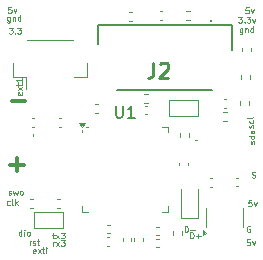
<source format=gbr>
%TF.GenerationSoftware,KiCad,Pcbnew,9.0.0*%
%TF.CreationDate,2025-03-28T18:18:21+01:00*%
%TF.ProjectId,cansatperso,63616e73-6174-4706-9572-736f2e6b6963,rev?*%
%TF.SameCoordinates,Original*%
%TF.FileFunction,Legend,Top*%
%TF.FilePolarity,Positive*%
%FSLAX46Y46*%
G04 Gerber Fmt 4.6, Leading zero omitted, Abs format (unit mm)*
G04 Created by KiCad (PCBNEW 9.0.0) date 2025-03-28 18:18:21*
%MOMM*%
%LPD*%
G01*
G04 APERTURE LIST*
%ADD10C,0.300000*%
%ADD11C,0.100000*%
%ADD12C,0.254000*%
%ADD13C,0.150000*%
%ADD14C,0.120000*%
%ADD15C,0.200000*%
G04 APERTURE END LIST*
D10*
X174154510Y-86629400D02*
X175297368Y-86629400D01*
X174725939Y-87200828D02*
X174725939Y-86057971D01*
X174254510Y-81271066D02*
X175397368Y-81271066D01*
D11*
X193809122Y-75100276D02*
X193809122Y-75505038D01*
X193809122Y-75505038D02*
X193785312Y-75552657D01*
X193785312Y-75552657D02*
X193761503Y-75576466D01*
X193761503Y-75576466D02*
X193713884Y-75600276D01*
X193713884Y-75600276D02*
X193642455Y-75600276D01*
X193642455Y-75600276D02*
X193594836Y-75576466D01*
X193809122Y-75409800D02*
X193761503Y-75433609D01*
X193761503Y-75433609D02*
X193666265Y-75433609D01*
X193666265Y-75433609D02*
X193618646Y-75409800D01*
X193618646Y-75409800D02*
X193594836Y-75385990D01*
X193594836Y-75385990D02*
X193571027Y-75338371D01*
X193571027Y-75338371D02*
X193571027Y-75195514D01*
X193571027Y-75195514D02*
X193594836Y-75147895D01*
X193594836Y-75147895D02*
X193618646Y-75124085D01*
X193618646Y-75124085D02*
X193666265Y-75100276D01*
X193666265Y-75100276D02*
X193761503Y-75100276D01*
X193761503Y-75100276D02*
X193809122Y-75124085D01*
X194047217Y-75100276D02*
X194047217Y-75433609D01*
X194047217Y-75147895D02*
X194071027Y-75124085D01*
X194071027Y-75124085D02*
X194118646Y-75100276D01*
X194118646Y-75100276D02*
X194190074Y-75100276D01*
X194190074Y-75100276D02*
X194237693Y-75124085D01*
X194237693Y-75124085D02*
X194261503Y-75171704D01*
X194261503Y-75171704D02*
X194261503Y-75433609D01*
X194713884Y-75433609D02*
X194713884Y-74933609D01*
X194713884Y-75409800D02*
X194666265Y-75433609D01*
X194666265Y-75433609D02*
X194571027Y-75433609D01*
X194571027Y-75433609D02*
X194523408Y-75409800D01*
X194523408Y-75409800D02*
X194499598Y-75385990D01*
X194499598Y-75385990D02*
X194475789Y-75338371D01*
X194475789Y-75338371D02*
X194475789Y-75195514D01*
X194475789Y-75195514D02*
X194499598Y-75147895D01*
X194499598Y-75147895D02*
X194523408Y-75124085D01*
X194523408Y-75124085D02*
X194571027Y-75100276D01*
X194571027Y-75100276D02*
X194666265Y-75100276D01*
X194666265Y-75100276D02*
X194713884Y-75124085D01*
X193457217Y-74113609D02*
X193766741Y-74113609D01*
X193766741Y-74113609D02*
X193600074Y-74304085D01*
X193600074Y-74304085D02*
X193671503Y-74304085D01*
X193671503Y-74304085D02*
X193719122Y-74327895D01*
X193719122Y-74327895D02*
X193742931Y-74351704D01*
X193742931Y-74351704D02*
X193766741Y-74399323D01*
X193766741Y-74399323D02*
X193766741Y-74518371D01*
X193766741Y-74518371D02*
X193742931Y-74565990D01*
X193742931Y-74565990D02*
X193719122Y-74589800D01*
X193719122Y-74589800D02*
X193671503Y-74613609D01*
X193671503Y-74613609D02*
X193528646Y-74613609D01*
X193528646Y-74613609D02*
X193481027Y-74589800D01*
X193481027Y-74589800D02*
X193457217Y-74565990D01*
X193981026Y-74565990D02*
X194004836Y-74589800D01*
X194004836Y-74589800D02*
X193981026Y-74613609D01*
X193981026Y-74613609D02*
X193957217Y-74589800D01*
X193957217Y-74589800D02*
X193981026Y-74565990D01*
X193981026Y-74565990D02*
X193981026Y-74613609D01*
X194171502Y-74113609D02*
X194481026Y-74113609D01*
X194481026Y-74113609D02*
X194314359Y-74304085D01*
X194314359Y-74304085D02*
X194385788Y-74304085D01*
X194385788Y-74304085D02*
X194433407Y-74327895D01*
X194433407Y-74327895D02*
X194457216Y-74351704D01*
X194457216Y-74351704D02*
X194481026Y-74399323D01*
X194481026Y-74399323D02*
X194481026Y-74518371D01*
X194481026Y-74518371D02*
X194457216Y-74565990D01*
X194457216Y-74565990D02*
X194433407Y-74589800D01*
X194433407Y-74589800D02*
X194385788Y-74613609D01*
X194385788Y-74613609D02*
X194242931Y-74613609D01*
X194242931Y-74613609D02*
X194195312Y-74589800D01*
X194195312Y-74589800D02*
X194171502Y-74565990D01*
X194647692Y-74280276D02*
X194766740Y-74613609D01*
X194766740Y-74613609D02*
X194885787Y-74280276D01*
X194456741Y-91857419D02*
X194409122Y-91833609D01*
X194409122Y-91833609D02*
X194337693Y-91833609D01*
X194337693Y-91833609D02*
X194266265Y-91857419D01*
X194266265Y-91857419D02*
X194218646Y-91905038D01*
X194218646Y-91905038D02*
X194194836Y-91952657D01*
X194194836Y-91952657D02*
X194171027Y-92047895D01*
X194171027Y-92047895D02*
X194171027Y-92119323D01*
X194171027Y-92119323D02*
X194194836Y-92214561D01*
X194194836Y-92214561D02*
X194218646Y-92262180D01*
X194218646Y-92262180D02*
X194266265Y-92309800D01*
X194266265Y-92309800D02*
X194337693Y-92333609D01*
X194337693Y-92333609D02*
X194385312Y-92333609D01*
X194385312Y-92333609D02*
X194456741Y-92309800D01*
X194456741Y-92309800D02*
X194480550Y-92285990D01*
X194480550Y-92285990D02*
X194480550Y-92119323D01*
X194480550Y-92119323D02*
X194385312Y-92119323D01*
X177723408Y-92550276D02*
X177913884Y-92550276D01*
X177794836Y-92383609D02*
X177794836Y-92812180D01*
X177794836Y-92812180D02*
X177818646Y-92859800D01*
X177818646Y-92859800D02*
X177866265Y-92883609D01*
X177866265Y-92883609D02*
X177913884Y-92883609D01*
X178032931Y-92883609D02*
X178294836Y-92550276D01*
X178032931Y-92550276D02*
X178294836Y-92883609D01*
X178437693Y-92383609D02*
X178747217Y-92383609D01*
X178747217Y-92383609D02*
X178580550Y-92574085D01*
X178580550Y-92574085D02*
X178651979Y-92574085D01*
X178651979Y-92574085D02*
X178699598Y-92597895D01*
X178699598Y-92597895D02*
X178723407Y-92621704D01*
X178723407Y-92621704D02*
X178747217Y-92669323D01*
X178747217Y-92669323D02*
X178747217Y-92788371D01*
X178747217Y-92788371D02*
X178723407Y-92835990D01*
X178723407Y-92835990D02*
X178699598Y-92859800D01*
X178699598Y-92859800D02*
X178651979Y-92883609D01*
X178651979Y-92883609D02*
X178509122Y-92883609D01*
X178509122Y-92883609D02*
X178461503Y-92859800D01*
X178461503Y-92859800D02*
X178437693Y-92835990D01*
X194699800Y-83508972D02*
X194723609Y-83461353D01*
X194723609Y-83461353D02*
X194723609Y-83366115D01*
X194723609Y-83366115D02*
X194699800Y-83318496D01*
X194699800Y-83318496D02*
X194652180Y-83294687D01*
X194652180Y-83294687D02*
X194628371Y-83294687D01*
X194628371Y-83294687D02*
X194580752Y-83318496D01*
X194580752Y-83318496D02*
X194556942Y-83366115D01*
X194556942Y-83366115D02*
X194556942Y-83437544D01*
X194556942Y-83437544D02*
X194533133Y-83485163D01*
X194533133Y-83485163D02*
X194485514Y-83508972D01*
X194485514Y-83508972D02*
X194461704Y-83508972D01*
X194461704Y-83508972D02*
X194414085Y-83485163D01*
X194414085Y-83485163D02*
X194390276Y-83437544D01*
X194390276Y-83437544D02*
X194390276Y-83366115D01*
X194390276Y-83366115D02*
X194414085Y-83318496D01*
X194699800Y-82866115D02*
X194723609Y-82913734D01*
X194723609Y-82913734D02*
X194723609Y-83008972D01*
X194723609Y-83008972D02*
X194699800Y-83056591D01*
X194699800Y-83056591D02*
X194675990Y-83080401D01*
X194675990Y-83080401D02*
X194628371Y-83104210D01*
X194628371Y-83104210D02*
X194485514Y-83104210D01*
X194485514Y-83104210D02*
X194437895Y-83080401D01*
X194437895Y-83080401D02*
X194414085Y-83056591D01*
X194414085Y-83056591D02*
X194390276Y-83008972D01*
X194390276Y-83008972D02*
X194390276Y-82913734D01*
X194390276Y-82913734D02*
X194414085Y-82866115D01*
X194723609Y-82580401D02*
X194699800Y-82628020D01*
X194699800Y-82628020D02*
X194652180Y-82651830D01*
X194652180Y-82651830D02*
X194223609Y-82651830D01*
X174109122Y-74100276D02*
X174109122Y-74505038D01*
X174109122Y-74505038D02*
X174085312Y-74552657D01*
X174085312Y-74552657D02*
X174061503Y-74576466D01*
X174061503Y-74576466D02*
X174013884Y-74600276D01*
X174013884Y-74600276D02*
X173942455Y-74600276D01*
X173942455Y-74600276D02*
X173894836Y-74576466D01*
X174109122Y-74409800D02*
X174061503Y-74433609D01*
X174061503Y-74433609D02*
X173966265Y-74433609D01*
X173966265Y-74433609D02*
X173918646Y-74409800D01*
X173918646Y-74409800D02*
X173894836Y-74385990D01*
X173894836Y-74385990D02*
X173871027Y-74338371D01*
X173871027Y-74338371D02*
X173871027Y-74195514D01*
X173871027Y-74195514D02*
X173894836Y-74147895D01*
X173894836Y-74147895D02*
X173918646Y-74124085D01*
X173918646Y-74124085D02*
X173966265Y-74100276D01*
X173966265Y-74100276D02*
X174061503Y-74100276D01*
X174061503Y-74100276D02*
X174109122Y-74124085D01*
X174347217Y-74100276D02*
X174347217Y-74433609D01*
X174347217Y-74147895D02*
X174371027Y-74124085D01*
X174371027Y-74124085D02*
X174418646Y-74100276D01*
X174418646Y-74100276D02*
X174490074Y-74100276D01*
X174490074Y-74100276D02*
X174537693Y-74124085D01*
X174537693Y-74124085D02*
X174561503Y-74171704D01*
X174561503Y-74171704D02*
X174561503Y-74433609D01*
X175013884Y-74433609D02*
X175013884Y-73933609D01*
X175013884Y-74409800D02*
X174966265Y-74433609D01*
X174966265Y-74433609D02*
X174871027Y-74433609D01*
X174871027Y-74433609D02*
X174823408Y-74409800D01*
X174823408Y-74409800D02*
X174799598Y-74385990D01*
X174799598Y-74385990D02*
X174775789Y-74338371D01*
X174775789Y-74338371D02*
X174775789Y-74195514D01*
X174775789Y-74195514D02*
X174799598Y-74147895D01*
X174799598Y-74147895D02*
X174823408Y-74124085D01*
X174823408Y-74124085D02*
X174871027Y-74100276D01*
X174871027Y-74100276D02*
X174966265Y-74100276D01*
X174966265Y-74100276D02*
X175013884Y-74124085D01*
X194322931Y-73313609D02*
X194084836Y-73313609D01*
X194084836Y-73313609D02*
X194061027Y-73551704D01*
X194061027Y-73551704D02*
X194084836Y-73527895D01*
X194084836Y-73527895D02*
X194132455Y-73504085D01*
X194132455Y-73504085D02*
X194251503Y-73504085D01*
X194251503Y-73504085D02*
X194299122Y-73527895D01*
X194299122Y-73527895D02*
X194322931Y-73551704D01*
X194322931Y-73551704D02*
X194346741Y-73599323D01*
X194346741Y-73599323D02*
X194346741Y-73718371D01*
X194346741Y-73718371D02*
X194322931Y-73765990D01*
X194322931Y-73765990D02*
X194299122Y-73789800D01*
X194299122Y-73789800D02*
X194251503Y-73813609D01*
X194251503Y-73813609D02*
X194132455Y-73813609D01*
X194132455Y-73813609D02*
X194084836Y-73789800D01*
X194084836Y-73789800D02*
X194061027Y-73765990D01*
X194513407Y-73480276D02*
X194632455Y-73813609D01*
X194632455Y-73813609D02*
X194751502Y-73480276D01*
X175099122Y-92633609D02*
X175099122Y-92133609D01*
X175099122Y-92609800D02*
X175051503Y-92633609D01*
X175051503Y-92633609D02*
X174956265Y-92633609D01*
X174956265Y-92633609D02*
X174908646Y-92609800D01*
X174908646Y-92609800D02*
X174884836Y-92585990D01*
X174884836Y-92585990D02*
X174861027Y-92538371D01*
X174861027Y-92538371D02*
X174861027Y-92395514D01*
X174861027Y-92395514D02*
X174884836Y-92347895D01*
X174884836Y-92347895D02*
X174908646Y-92324085D01*
X174908646Y-92324085D02*
X174956265Y-92300276D01*
X174956265Y-92300276D02*
X175051503Y-92300276D01*
X175051503Y-92300276D02*
X175099122Y-92324085D01*
X175337217Y-92633609D02*
X175337217Y-92300276D01*
X175337217Y-92133609D02*
X175313408Y-92157419D01*
X175313408Y-92157419D02*
X175337217Y-92181228D01*
X175337217Y-92181228D02*
X175361027Y-92157419D01*
X175361027Y-92157419D02*
X175337217Y-92133609D01*
X175337217Y-92133609D02*
X175337217Y-92181228D01*
X175646741Y-92633609D02*
X175599122Y-92609800D01*
X175599122Y-92609800D02*
X175575312Y-92585990D01*
X175575312Y-92585990D02*
X175551503Y-92538371D01*
X175551503Y-92538371D02*
X175551503Y-92395514D01*
X175551503Y-92395514D02*
X175575312Y-92347895D01*
X175575312Y-92347895D02*
X175599122Y-92324085D01*
X175599122Y-92324085D02*
X175646741Y-92300276D01*
X175646741Y-92300276D02*
X175718169Y-92300276D01*
X175718169Y-92300276D02*
X175765788Y-92324085D01*
X175765788Y-92324085D02*
X175789598Y-92347895D01*
X175789598Y-92347895D02*
X175813407Y-92395514D01*
X175813407Y-92395514D02*
X175813407Y-92538371D01*
X175813407Y-92538371D02*
X175789598Y-92585990D01*
X175789598Y-92585990D02*
X175765788Y-92609800D01*
X175765788Y-92609800D02*
X175718169Y-92633609D01*
X175718169Y-92633609D02*
X175646741Y-92633609D01*
X194611027Y-87709800D02*
X194682455Y-87733609D01*
X194682455Y-87733609D02*
X194801503Y-87733609D01*
X194801503Y-87733609D02*
X194849122Y-87709800D01*
X194849122Y-87709800D02*
X194872931Y-87685990D01*
X194872931Y-87685990D02*
X194896741Y-87638371D01*
X194896741Y-87638371D02*
X194896741Y-87590752D01*
X194896741Y-87590752D02*
X194872931Y-87543133D01*
X194872931Y-87543133D02*
X194849122Y-87519323D01*
X194849122Y-87519323D02*
X194801503Y-87495514D01*
X194801503Y-87495514D02*
X194706265Y-87471704D01*
X194706265Y-87471704D02*
X194658646Y-87447895D01*
X194658646Y-87447895D02*
X194634836Y-87424085D01*
X194634836Y-87424085D02*
X194611027Y-87376466D01*
X194611027Y-87376466D02*
X194611027Y-87328847D01*
X194611027Y-87328847D02*
X194634836Y-87281228D01*
X194634836Y-87281228D02*
X194658646Y-87257419D01*
X194658646Y-87257419D02*
X194706265Y-87233609D01*
X194706265Y-87233609D02*
X194825312Y-87233609D01*
X194825312Y-87233609D02*
X194896741Y-87257419D01*
X174099122Y-90009800D02*
X174051503Y-90033609D01*
X174051503Y-90033609D02*
X173956265Y-90033609D01*
X173956265Y-90033609D02*
X173908646Y-90009800D01*
X173908646Y-90009800D02*
X173884836Y-89985990D01*
X173884836Y-89985990D02*
X173861027Y-89938371D01*
X173861027Y-89938371D02*
X173861027Y-89795514D01*
X173861027Y-89795514D02*
X173884836Y-89747895D01*
X173884836Y-89747895D02*
X173908646Y-89724085D01*
X173908646Y-89724085D02*
X173956265Y-89700276D01*
X173956265Y-89700276D02*
X174051503Y-89700276D01*
X174051503Y-89700276D02*
X174099122Y-89724085D01*
X174384836Y-90033609D02*
X174337217Y-90009800D01*
X174337217Y-90009800D02*
X174313407Y-89962180D01*
X174313407Y-89962180D02*
X174313407Y-89533609D01*
X174575312Y-90033609D02*
X174575312Y-89533609D01*
X174622931Y-89843133D02*
X174765788Y-90033609D01*
X174765788Y-89700276D02*
X174575312Y-89890752D01*
X175784836Y-93433609D02*
X175784836Y-93100276D01*
X175784836Y-93195514D02*
X175808646Y-93147895D01*
X175808646Y-93147895D02*
X175832455Y-93124085D01*
X175832455Y-93124085D02*
X175880074Y-93100276D01*
X175880074Y-93100276D02*
X175927693Y-93100276D01*
X176070551Y-93409800D02*
X176118170Y-93433609D01*
X176118170Y-93433609D02*
X176213408Y-93433609D01*
X176213408Y-93433609D02*
X176261027Y-93409800D01*
X176261027Y-93409800D02*
X176284836Y-93362180D01*
X176284836Y-93362180D02*
X176284836Y-93338371D01*
X176284836Y-93338371D02*
X176261027Y-93290752D01*
X176261027Y-93290752D02*
X176213408Y-93266942D01*
X176213408Y-93266942D02*
X176141979Y-93266942D01*
X176141979Y-93266942D02*
X176094360Y-93243133D01*
X176094360Y-93243133D02*
X176070551Y-93195514D01*
X176070551Y-93195514D02*
X176070551Y-93171704D01*
X176070551Y-93171704D02*
X176094360Y-93124085D01*
X176094360Y-93124085D02*
X176141979Y-93100276D01*
X176141979Y-93100276D02*
X176213408Y-93100276D01*
X176213408Y-93100276D02*
X176261027Y-93124085D01*
X176427694Y-93100276D02*
X176618170Y-93100276D01*
X176499122Y-92933609D02*
X176499122Y-93362180D01*
X176499122Y-93362180D02*
X176522932Y-93409800D01*
X176522932Y-93409800D02*
X176570551Y-93433609D01*
X176570551Y-93433609D02*
X176618170Y-93433609D01*
X194462931Y-92963609D02*
X194224836Y-92963609D01*
X194224836Y-92963609D02*
X194201027Y-93201704D01*
X194201027Y-93201704D02*
X194224836Y-93177895D01*
X194224836Y-93177895D02*
X194272455Y-93154085D01*
X194272455Y-93154085D02*
X194391503Y-93154085D01*
X194391503Y-93154085D02*
X194439122Y-93177895D01*
X194439122Y-93177895D02*
X194462931Y-93201704D01*
X194462931Y-93201704D02*
X194486741Y-93249323D01*
X194486741Y-93249323D02*
X194486741Y-93368371D01*
X194486741Y-93368371D02*
X194462931Y-93415990D01*
X194462931Y-93415990D02*
X194439122Y-93439800D01*
X194439122Y-93439800D02*
X194391503Y-93463609D01*
X194391503Y-93463609D02*
X194272455Y-93463609D01*
X194272455Y-93463609D02*
X194224836Y-93439800D01*
X194224836Y-93439800D02*
X194201027Y-93415990D01*
X194653407Y-93130276D02*
X194772455Y-93463609D01*
X194772455Y-93463609D02*
X194891502Y-93130276D01*
X194799800Y-84848972D02*
X194823609Y-84801353D01*
X194823609Y-84801353D02*
X194823609Y-84706115D01*
X194823609Y-84706115D02*
X194799800Y-84658496D01*
X194799800Y-84658496D02*
X194752180Y-84634687D01*
X194752180Y-84634687D02*
X194728371Y-84634687D01*
X194728371Y-84634687D02*
X194680752Y-84658496D01*
X194680752Y-84658496D02*
X194656942Y-84706115D01*
X194656942Y-84706115D02*
X194656942Y-84777544D01*
X194656942Y-84777544D02*
X194633133Y-84825163D01*
X194633133Y-84825163D02*
X194585514Y-84848972D01*
X194585514Y-84848972D02*
X194561704Y-84848972D01*
X194561704Y-84848972D02*
X194514085Y-84825163D01*
X194514085Y-84825163D02*
X194490276Y-84777544D01*
X194490276Y-84777544D02*
X194490276Y-84706115D01*
X194490276Y-84706115D02*
X194514085Y-84658496D01*
X194823609Y-84206115D02*
X194323609Y-84206115D01*
X194799800Y-84206115D02*
X194823609Y-84253734D01*
X194823609Y-84253734D02*
X194823609Y-84348972D01*
X194823609Y-84348972D02*
X194799800Y-84396591D01*
X194799800Y-84396591D02*
X194775990Y-84420401D01*
X194775990Y-84420401D02*
X194728371Y-84444210D01*
X194728371Y-84444210D02*
X194585514Y-84444210D01*
X194585514Y-84444210D02*
X194537895Y-84420401D01*
X194537895Y-84420401D02*
X194514085Y-84396591D01*
X194514085Y-84396591D02*
X194490276Y-84348972D01*
X194490276Y-84348972D02*
X194490276Y-84253734D01*
X194490276Y-84253734D02*
X194514085Y-84206115D01*
X194823609Y-83753734D02*
X194561704Y-83753734D01*
X194561704Y-83753734D02*
X194514085Y-83777544D01*
X194514085Y-83777544D02*
X194490276Y-83825163D01*
X194490276Y-83825163D02*
X194490276Y-83920401D01*
X194490276Y-83920401D02*
X194514085Y-83968020D01*
X194799800Y-83753734D02*
X194823609Y-83801353D01*
X194823609Y-83801353D02*
X194823609Y-83920401D01*
X194823609Y-83920401D02*
X194799800Y-83968020D01*
X194799800Y-83968020D02*
X194752180Y-83991829D01*
X194752180Y-83991829D02*
X194704561Y-83991829D01*
X194704561Y-83991829D02*
X194656942Y-83968020D01*
X194656942Y-83968020D02*
X194633133Y-83920401D01*
X194633133Y-83920401D02*
X194633133Y-83801353D01*
X194633133Y-83801353D02*
X194609323Y-83753734D01*
X189394836Y-92863609D02*
X189394836Y-92363609D01*
X189394836Y-92363609D02*
X189513884Y-92363609D01*
X189513884Y-92363609D02*
X189585312Y-92387419D01*
X189585312Y-92387419D02*
X189632931Y-92435038D01*
X189632931Y-92435038D02*
X189656741Y-92482657D01*
X189656741Y-92482657D02*
X189680550Y-92577895D01*
X189680550Y-92577895D02*
X189680550Y-92649323D01*
X189680550Y-92649323D02*
X189656741Y-92744561D01*
X189656741Y-92744561D02*
X189632931Y-92792180D01*
X189632931Y-92792180D02*
X189585312Y-92839800D01*
X189585312Y-92839800D02*
X189513884Y-92863609D01*
X189513884Y-92863609D02*
X189394836Y-92863609D01*
X189894836Y-92673133D02*
X190275789Y-92673133D01*
X190085312Y-92863609D02*
X190085312Y-92482657D01*
X177774836Y-93523609D02*
X177774836Y-93190276D01*
X177774836Y-93285514D02*
X177798646Y-93237895D01*
X177798646Y-93237895D02*
X177822455Y-93214085D01*
X177822455Y-93214085D02*
X177870074Y-93190276D01*
X177870074Y-93190276D02*
X177917693Y-93190276D01*
X178036741Y-93523609D02*
X178298646Y-93190276D01*
X178036741Y-93190276D02*
X178298646Y-93523609D01*
X178441503Y-93023609D02*
X178751027Y-93023609D01*
X178751027Y-93023609D02*
X178584360Y-93214085D01*
X178584360Y-93214085D02*
X178655789Y-93214085D01*
X178655789Y-93214085D02*
X178703408Y-93237895D01*
X178703408Y-93237895D02*
X178727217Y-93261704D01*
X178727217Y-93261704D02*
X178751027Y-93309323D01*
X178751027Y-93309323D02*
X178751027Y-93428371D01*
X178751027Y-93428371D02*
X178727217Y-93475990D01*
X178727217Y-93475990D02*
X178703408Y-93499800D01*
X178703408Y-93499800D02*
X178655789Y-93523609D01*
X178655789Y-93523609D02*
X178512932Y-93523609D01*
X178512932Y-93523609D02*
X178465313Y-93499800D01*
X178465313Y-93499800D02*
X178441503Y-93475990D01*
X176275312Y-94109800D02*
X176227693Y-94133609D01*
X176227693Y-94133609D02*
X176132455Y-94133609D01*
X176132455Y-94133609D02*
X176084836Y-94109800D01*
X176084836Y-94109800D02*
X176061027Y-94062180D01*
X176061027Y-94062180D02*
X176061027Y-93871704D01*
X176061027Y-93871704D02*
X176084836Y-93824085D01*
X176084836Y-93824085D02*
X176132455Y-93800276D01*
X176132455Y-93800276D02*
X176227693Y-93800276D01*
X176227693Y-93800276D02*
X176275312Y-93824085D01*
X176275312Y-93824085D02*
X176299122Y-93871704D01*
X176299122Y-93871704D02*
X176299122Y-93919323D01*
X176299122Y-93919323D02*
X176061027Y-93966942D01*
X176465788Y-94133609D02*
X176727693Y-93800276D01*
X176465788Y-93800276D02*
X176727693Y-94133609D01*
X176846741Y-93800276D02*
X177037217Y-93800276D01*
X176918169Y-93633609D02*
X176918169Y-94062180D01*
X176918169Y-94062180D02*
X176941979Y-94109800D01*
X176941979Y-94109800D02*
X176989598Y-94133609D01*
X176989598Y-94133609D02*
X177037217Y-94133609D01*
X177203883Y-94133609D02*
X177203883Y-93800276D01*
X177203883Y-93633609D02*
X177180074Y-93657419D01*
X177180074Y-93657419D02*
X177203883Y-93681228D01*
X177203883Y-93681228D02*
X177227693Y-93657419D01*
X177227693Y-93657419D02*
X177203883Y-93633609D01*
X177203883Y-93633609D02*
X177203883Y-93681228D01*
X174011027Y-89159800D02*
X174058646Y-89183609D01*
X174058646Y-89183609D02*
X174153884Y-89183609D01*
X174153884Y-89183609D02*
X174201503Y-89159800D01*
X174201503Y-89159800D02*
X174225312Y-89112180D01*
X174225312Y-89112180D02*
X174225312Y-89088371D01*
X174225312Y-89088371D02*
X174201503Y-89040752D01*
X174201503Y-89040752D02*
X174153884Y-89016942D01*
X174153884Y-89016942D02*
X174082455Y-89016942D01*
X174082455Y-89016942D02*
X174034836Y-88993133D01*
X174034836Y-88993133D02*
X174011027Y-88945514D01*
X174011027Y-88945514D02*
X174011027Y-88921704D01*
X174011027Y-88921704D02*
X174034836Y-88874085D01*
X174034836Y-88874085D02*
X174082455Y-88850276D01*
X174082455Y-88850276D02*
X174153884Y-88850276D01*
X174153884Y-88850276D02*
X174201503Y-88874085D01*
X174391979Y-88850276D02*
X174487217Y-89183609D01*
X174487217Y-89183609D02*
X174582455Y-88945514D01*
X174582455Y-88945514D02*
X174677693Y-89183609D01*
X174677693Y-89183609D02*
X174772931Y-88850276D01*
X175034837Y-89183609D02*
X174987218Y-89159800D01*
X174987218Y-89159800D02*
X174963408Y-89135990D01*
X174963408Y-89135990D02*
X174939599Y-89088371D01*
X174939599Y-89088371D02*
X174939599Y-88945514D01*
X174939599Y-88945514D02*
X174963408Y-88897895D01*
X174963408Y-88897895D02*
X174987218Y-88874085D01*
X174987218Y-88874085D02*
X175034837Y-88850276D01*
X175034837Y-88850276D02*
X175106265Y-88850276D01*
X175106265Y-88850276D02*
X175153884Y-88874085D01*
X175153884Y-88874085D02*
X175177694Y-88897895D01*
X175177694Y-88897895D02*
X175201503Y-88945514D01*
X175201503Y-88945514D02*
X175201503Y-89088371D01*
X175201503Y-89088371D02*
X175177694Y-89135990D01*
X175177694Y-89135990D02*
X175153884Y-89159800D01*
X175153884Y-89159800D02*
X175106265Y-89183609D01*
X175106265Y-89183609D02*
X175034837Y-89183609D01*
X188904836Y-92343609D02*
X188904836Y-91843609D01*
X188904836Y-91843609D02*
X189023884Y-91843609D01*
X189023884Y-91843609D02*
X189095312Y-91867419D01*
X189095312Y-91867419D02*
X189142931Y-91915038D01*
X189142931Y-91915038D02*
X189166741Y-91962657D01*
X189166741Y-91962657D02*
X189190550Y-92057895D01*
X189190550Y-92057895D02*
X189190550Y-92129323D01*
X189190550Y-92129323D02*
X189166741Y-92224561D01*
X189166741Y-92224561D02*
X189142931Y-92272180D01*
X189142931Y-92272180D02*
X189095312Y-92319800D01*
X189095312Y-92319800D02*
X189023884Y-92343609D01*
X189023884Y-92343609D02*
X188904836Y-92343609D01*
X189404836Y-92153133D02*
X189785789Y-92153133D01*
X194572931Y-89643609D02*
X194334836Y-89643609D01*
X194334836Y-89643609D02*
X194311027Y-89881704D01*
X194311027Y-89881704D02*
X194334836Y-89857895D01*
X194334836Y-89857895D02*
X194382455Y-89834085D01*
X194382455Y-89834085D02*
X194501503Y-89834085D01*
X194501503Y-89834085D02*
X194549122Y-89857895D01*
X194549122Y-89857895D02*
X194572931Y-89881704D01*
X194572931Y-89881704D02*
X194596741Y-89929323D01*
X194596741Y-89929323D02*
X194596741Y-90048371D01*
X194596741Y-90048371D02*
X194572931Y-90095990D01*
X194572931Y-90095990D02*
X194549122Y-90119800D01*
X194549122Y-90119800D02*
X194501503Y-90143609D01*
X194501503Y-90143609D02*
X194382455Y-90143609D01*
X194382455Y-90143609D02*
X194334836Y-90119800D01*
X194334836Y-90119800D02*
X194311027Y-90095990D01*
X194763407Y-89810276D02*
X194882455Y-90143609D01*
X194882455Y-90143609D02*
X195001502Y-89810276D01*
X174232931Y-73293609D02*
X173994836Y-73293609D01*
X173994836Y-73293609D02*
X173971027Y-73531704D01*
X173971027Y-73531704D02*
X173994836Y-73507895D01*
X173994836Y-73507895D02*
X174042455Y-73484085D01*
X174042455Y-73484085D02*
X174161503Y-73484085D01*
X174161503Y-73484085D02*
X174209122Y-73507895D01*
X174209122Y-73507895D02*
X174232931Y-73531704D01*
X174232931Y-73531704D02*
X174256741Y-73579323D01*
X174256741Y-73579323D02*
X174256741Y-73698371D01*
X174256741Y-73698371D02*
X174232931Y-73745990D01*
X174232931Y-73745990D02*
X174209122Y-73769800D01*
X174209122Y-73769800D02*
X174161503Y-73793609D01*
X174161503Y-73793609D02*
X174042455Y-73793609D01*
X174042455Y-73793609D02*
X173994836Y-73769800D01*
X173994836Y-73769800D02*
X173971027Y-73745990D01*
X174423407Y-73460276D02*
X174542455Y-73793609D01*
X174542455Y-73793609D02*
X174661502Y-73460276D01*
X174037217Y-75033609D02*
X174346741Y-75033609D01*
X174346741Y-75033609D02*
X174180074Y-75224085D01*
X174180074Y-75224085D02*
X174251503Y-75224085D01*
X174251503Y-75224085D02*
X174299122Y-75247895D01*
X174299122Y-75247895D02*
X174322931Y-75271704D01*
X174322931Y-75271704D02*
X174346741Y-75319323D01*
X174346741Y-75319323D02*
X174346741Y-75438371D01*
X174346741Y-75438371D02*
X174322931Y-75485990D01*
X174322931Y-75485990D02*
X174299122Y-75509800D01*
X174299122Y-75509800D02*
X174251503Y-75533609D01*
X174251503Y-75533609D02*
X174108646Y-75533609D01*
X174108646Y-75533609D02*
X174061027Y-75509800D01*
X174061027Y-75509800D02*
X174037217Y-75485990D01*
X174561026Y-75485990D02*
X174584836Y-75509800D01*
X174584836Y-75509800D02*
X174561026Y-75533609D01*
X174561026Y-75533609D02*
X174537217Y-75509800D01*
X174537217Y-75509800D02*
X174561026Y-75485990D01*
X174561026Y-75485990D02*
X174561026Y-75533609D01*
X174751502Y-75033609D02*
X175061026Y-75033609D01*
X175061026Y-75033609D02*
X174894359Y-75224085D01*
X174894359Y-75224085D02*
X174965788Y-75224085D01*
X174965788Y-75224085D02*
X175013407Y-75247895D01*
X175013407Y-75247895D02*
X175037216Y-75271704D01*
X175037216Y-75271704D02*
X175061026Y-75319323D01*
X175061026Y-75319323D02*
X175061026Y-75438371D01*
X175061026Y-75438371D02*
X175037216Y-75485990D01*
X175037216Y-75485990D02*
X175013407Y-75509800D01*
X175013407Y-75509800D02*
X174965788Y-75533609D01*
X174965788Y-75533609D02*
X174822931Y-75533609D01*
X174822931Y-75533609D02*
X174775312Y-75509800D01*
X174775312Y-75509800D02*
X174751502Y-75485990D01*
X175109800Y-80524687D02*
X175133609Y-80572306D01*
X175133609Y-80572306D02*
X175133609Y-80667544D01*
X175133609Y-80667544D02*
X175109800Y-80715163D01*
X175109800Y-80715163D02*
X175062180Y-80738972D01*
X175062180Y-80738972D02*
X174871704Y-80738972D01*
X174871704Y-80738972D02*
X174824085Y-80715163D01*
X174824085Y-80715163D02*
X174800276Y-80667544D01*
X174800276Y-80667544D02*
X174800276Y-80572306D01*
X174800276Y-80572306D02*
X174824085Y-80524687D01*
X174824085Y-80524687D02*
X174871704Y-80500877D01*
X174871704Y-80500877D02*
X174919323Y-80500877D01*
X174919323Y-80500877D02*
X174966942Y-80738972D01*
X175133609Y-80334211D02*
X174800276Y-80072306D01*
X174800276Y-80334211D02*
X175133609Y-80072306D01*
X174800276Y-79953258D02*
X174800276Y-79762782D01*
X174633609Y-79881830D02*
X175062180Y-79881830D01*
X175062180Y-79881830D02*
X175109800Y-79858020D01*
X175109800Y-79858020D02*
X175133609Y-79810401D01*
X175133609Y-79810401D02*
X175133609Y-79762782D01*
X175133609Y-79334211D02*
X175133609Y-79619925D01*
X175133609Y-79477068D02*
X174633609Y-79477068D01*
X174633609Y-79477068D02*
X174705038Y-79524687D01*
X174705038Y-79524687D02*
X174752657Y-79572306D01*
X174752657Y-79572306D02*
X174776466Y-79619925D01*
D12*
X186272667Y-78004318D02*
X186272667Y-78911461D01*
X186272667Y-78911461D02*
X186212190Y-79092889D01*
X186212190Y-79092889D02*
X186091238Y-79213842D01*
X186091238Y-79213842D02*
X185909809Y-79274318D01*
X185909809Y-79274318D02*
X185788857Y-79274318D01*
X186816952Y-78125270D02*
X186877428Y-78064794D01*
X186877428Y-78064794D02*
X186998381Y-78004318D01*
X186998381Y-78004318D02*
X187300762Y-78004318D01*
X187300762Y-78004318D02*
X187421714Y-78064794D01*
X187421714Y-78064794D02*
X187482190Y-78125270D01*
X187482190Y-78125270D02*
X187542667Y-78246222D01*
X187542667Y-78246222D02*
X187542667Y-78367175D01*
X187542667Y-78367175D02*
X187482190Y-78548603D01*
X187482190Y-78548603D02*
X186756476Y-79274318D01*
X186756476Y-79274318D02*
X187542667Y-79274318D01*
D13*
X183098095Y-81662319D02*
X183098095Y-82471842D01*
X183098095Y-82471842D02*
X183145714Y-82567080D01*
X183145714Y-82567080D02*
X183193333Y-82614700D01*
X183193333Y-82614700D02*
X183288571Y-82662319D01*
X183288571Y-82662319D02*
X183479047Y-82662319D01*
X183479047Y-82662319D02*
X183574285Y-82614700D01*
X183574285Y-82614700D02*
X183621904Y-82567080D01*
X183621904Y-82567080D02*
X183669523Y-82471842D01*
X183669523Y-82471842D02*
X183669523Y-81662319D01*
X184669523Y-82662319D02*
X184098095Y-82662319D01*
X184383809Y-82662319D02*
X184383809Y-81662319D01*
X184383809Y-81662319D02*
X184288571Y-81805176D01*
X184288571Y-81805176D02*
X184193333Y-81900414D01*
X184193333Y-81900414D02*
X184098095Y-81948033D01*
D14*
%TO.C,J5*%
X174390000Y-78060000D02*
X174390000Y-79210000D01*
X174390000Y-79210000D02*
X175440000Y-79210000D01*
X175440000Y-79210000D02*
X175440000Y-80200000D01*
X175560000Y-76090000D02*
X179440000Y-76090000D01*
X180610000Y-78060000D02*
X180610000Y-79210000D01*
X180610000Y-79210000D02*
X179560000Y-79210000D01*
%TO.C,R8*%
X184162379Y-73720000D02*
X184497621Y-73720000D01*
X184162379Y-74480000D02*
X184497621Y-74480000D01*
%TO.C,SW1*%
D11*
X176135000Y-90635000D02*
X178655000Y-90635000D01*
X178655000Y-91995000D01*
X176135000Y-91995000D01*
X176135000Y-90635000D01*
D14*
%TO.C,C7*%
X184660000Y-93105835D02*
X184660000Y-92874165D01*
X185380000Y-93105835D02*
X185380000Y-92874165D01*
D11*
%TO.C,Y1*%
X176110000Y-84090000D02*
X176110000Y-84090000D01*
X176110000Y-84190000D02*
X176110000Y-84190000D01*
X176110000Y-84090000D02*
G75*
G02*
X176110000Y-84190000I0J-50000D01*
G01*
X176110000Y-84190000D02*
G75*
G02*
X176110000Y-84090000I0J50000D01*
G01*
D14*
%TO.C,C2*%
X178104165Y-89560000D02*
X178335835Y-89560000D01*
X178104165Y-90280000D02*
X178335835Y-90280000D01*
%TO.C,C6*%
X181583335Y-81510000D02*
X181351665Y-81510000D01*
X181583335Y-82230000D02*
X181351665Y-82230000D01*
%TO.C,C12*%
X176055835Y-89560000D02*
X175824165Y-89560000D01*
X176055835Y-90280000D02*
X175824165Y-90280000D01*
%TO.C,C10*%
X182314165Y-92780000D02*
X182545835Y-92780000D01*
X182314165Y-93500000D02*
X182545835Y-93500000D01*
%TO.C,R2*%
X185807621Y-80650000D02*
X185472379Y-80650000D01*
X185807621Y-81410000D02*
X185472379Y-81410000D01*
%TO.C,C1*%
X191021165Y-87772000D02*
X191252835Y-87772000D01*
X191021165Y-88492000D02*
X191252835Y-88492000D01*
%TO.C,C16*%
X187015835Y-73650000D02*
X186784165Y-73650000D01*
X187015835Y-74370000D02*
X186784165Y-74370000D01*
%TO.C,D3*%
X188565000Y-88680000D02*
X188565000Y-91140000D01*
X188565000Y-91140000D02*
X190035000Y-91140000D01*
X190035000Y-91140000D02*
X190035000Y-88680000D01*
%TO.C,C8*%
X183680000Y-93095835D02*
X183680000Y-92864165D01*
X184400000Y-93095835D02*
X184400000Y-92864165D01*
%TO.C,R5*%
X193720000Y-79022379D02*
X193720000Y-79357621D01*
X194480000Y-79022379D02*
X194480000Y-79357621D01*
%TO.C,R9*%
X192484621Y-82142000D02*
X192149379Y-82142000D01*
X192484621Y-82902000D02*
X192149379Y-82902000D01*
%TO.C,C15*%
X193790000Y-77005835D02*
X193790000Y-76774165D01*
X194510000Y-77005835D02*
X194510000Y-76774165D01*
%TO.C,C11*%
X186474165Y-92900000D02*
X186705835Y-92900000D01*
X186474165Y-93620000D02*
X186705835Y-93620000D01*
D15*
%TO.C,J2*%
X181560000Y-74830000D02*
X181560000Y-76429000D01*
X181560000Y-74830000D02*
X192960000Y-74830000D01*
X183160000Y-80330000D02*
X191238000Y-80330000D01*
X192960000Y-74830000D02*
X192960000Y-76928000D01*
X191187000Y-74466000D02*
G75*
G02*
X191105000Y-74466000I-41000J0D01*
G01*
X191105000Y-74466000D02*
G75*
G02*
X191187000Y-74466000I41000J0D01*
G01*
D14*
%TO.C,U2*%
X190710000Y-91092500D02*
X190710000Y-90292500D01*
X190710000Y-91092500D02*
X190710000Y-91892500D01*
X193830000Y-91092500D02*
X193830000Y-90292500D01*
X193830000Y-91092500D02*
X193830000Y-91892500D01*
X190760000Y-92392500D02*
X190430000Y-92632500D01*
X190430000Y-92152500D01*
X190760000Y-92392500D01*
G36*
X190760000Y-92392500D02*
G01*
X190430000Y-92632500D01*
X190430000Y-92152500D01*
X190760000Y-92392500D01*
G37*
%TO.C,SW2*%
D11*
X187565000Y-81135000D02*
X190085000Y-81135000D01*
X190085000Y-82495000D01*
X187565000Y-82495000D01*
X187565000Y-81135000D01*
D14*
%TO.C,R6*%
X193580000Y-81282379D02*
X193580000Y-81617621D01*
X194340000Y-81282379D02*
X194340000Y-81617621D01*
%TO.C,C4*%
X188440000Y-86685835D02*
X188440000Y-86454165D01*
X189160000Y-86685835D02*
X189160000Y-86454165D01*
%TO.C,C17*%
X193455835Y-87760000D02*
X193224165Y-87760000D01*
X193455835Y-88480000D02*
X193224165Y-88480000D01*
%TO.C,C9*%
X182324165Y-91730000D02*
X182555835Y-91730000D01*
X182324165Y-92450000D02*
X182555835Y-92450000D01*
%TO.C,U1*%
X180250000Y-83902500D02*
X180250000Y-83667500D01*
X180250000Y-90647500D02*
X180250000Y-90172500D01*
X180725000Y-83427500D02*
X180550000Y-83427500D01*
X180725000Y-90647500D02*
X180250000Y-90647500D01*
X186995000Y-83427500D02*
X187470000Y-83427500D01*
X186995000Y-90647500D02*
X187470000Y-90647500D01*
X187470000Y-83427500D02*
X187470000Y-83902500D01*
X187470000Y-90647500D02*
X187470000Y-90172500D01*
X180250000Y-83427500D02*
X180010000Y-83097500D01*
X180490000Y-83097500D01*
X180250000Y-83427500D01*
G36*
X180250000Y-83427500D02*
G01*
X180010000Y-83097500D01*
X180490000Y-83097500D01*
X180250000Y-83427500D01*
G37*
%TO.C,C30*%
X176195835Y-82720000D02*
X175964165Y-82720000D01*
X176195835Y-83440000D02*
X175964165Y-83440000D01*
%TO.C,C13*%
X178465835Y-82720000D02*
X178234165Y-82720000D01*
X178465835Y-83440000D02*
X178234165Y-83440000D01*
%TO.C,R20*%
X187890000Y-92625121D02*
X187890000Y-92289879D01*
X188650000Y-92625121D02*
X188650000Y-92289879D01*
%TO.C,C5*%
X186735835Y-91890000D02*
X186504165Y-91890000D01*
X186735835Y-92610000D02*
X186504165Y-92610000D01*
%TO.C,C14*%
X192445835Y-81110000D02*
X192214165Y-81110000D01*
X192445835Y-81830000D02*
X192214165Y-81830000D01*
%TO.C,R10*%
X188517000Y-83994379D02*
X188517000Y-84329621D01*
X189277000Y-83994379D02*
X189277000Y-84329621D01*
%TO.C,C3*%
X185524165Y-81640000D02*
X185755835Y-81640000D01*
X185524165Y-82360000D02*
X185755835Y-82360000D01*
D11*
%TO.C,IC1*%
X189837000Y-84580000D02*
X189837000Y-84580000D01*
X189937000Y-84580000D02*
X189937000Y-84580000D01*
X189837000Y-84580000D02*
G75*
G02*
X189937000Y-84580000I50000J0D01*
G01*
X189937000Y-84580000D02*
G75*
G02*
X189837000Y-84580000I-50000J0D01*
G01*
D14*
%TO.C,R7*%
X189012379Y-73650000D02*
X189347621Y-73650000D01*
X189012379Y-74410000D02*
X189347621Y-74410000D01*
%TD*%
M02*

</source>
